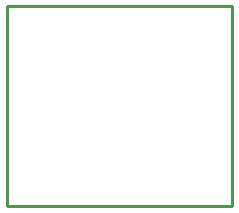
<source format=gbr>
G04 EAGLE Gerber RS-274X export*
G75*
%MOMM*%
%FSLAX34Y34*%
%LPD*%
%IN*%
%IPPOS*%
%AMOC8*
5,1,8,0,0,1.08239X$1,22.5*%
G01*
%ADD10C,0.254000*%


D10*
X0Y0D02*
X190300Y0D01*
X190300Y169420D01*
X0Y169420D01*
X0Y0D01*
M02*

</source>
